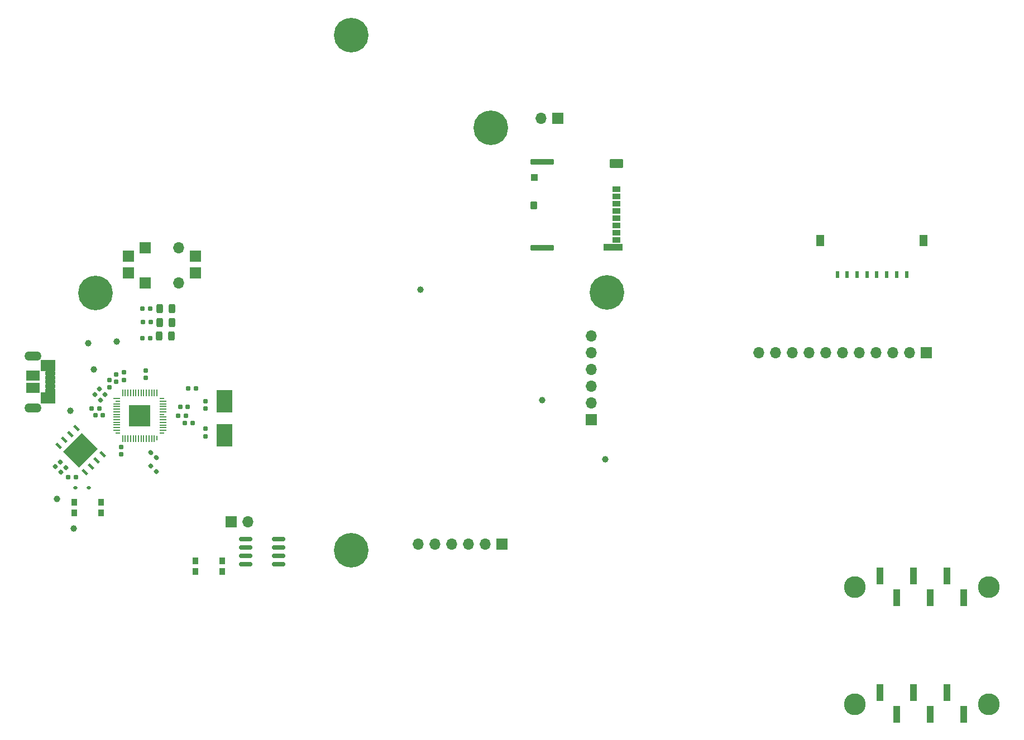
<source format=gbr>
%TF.GenerationSoftware,KiCad,Pcbnew,8.0.6-1.fc40*%
%TF.CreationDate,2024-10-27T15:38:32-04:00*%
%TF.ProjectId,payload_board,7061796c-6f61-4645-9f62-6f6172642e6b,rev?*%
%TF.SameCoordinates,Original*%
%TF.FileFunction,Soldermask,Top*%
%TF.FilePolarity,Negative*%
%FSLAX46Y46*%
G04 Gerber Fmt 4.6, Leading zero omitted, Abs format (unit mm)*
G04 Created by KiCad (PCBNEW 8.0.6-1.fc40) date 2024-10-27 15:38:32*
%MOMM*%
%LPD*%
G01*
G04 APERTURE LIST*
G04 Aperture macros list*
%AMRoundRect*
0 Rectangle with rounded corners*
0 $1 Rounding radius*
0 $2 $3 $4 $5 $6 $7 $8 $9 X,Y pos of 4 corners*
0 Add a 4 corners polygon primitive as box body*
4,1,4,$2,$3,$4,$5,$6,$7,$8,$9,$2,$3,0*
0 Add four circle primitives for the rounded corners*
1,1,$1+$1,$2,$3*
1,1,$1+$1,$4,$5*
1,1,$1+$1,$6,$7*
1,1,$1+$1,$8,$9*
0 Add four rect primitives between the rounded corners*
20,1,$1+$1,$2,$3,$4,$5,0*
20,1,$1+$1,$4,$5,$6,$7,0*
20,1,$1+$1,$6,$7,$8,$9,0*
20,1,$1+$1,$8,$9,$2,$3,0*%
%AMRotRect*
0 Rectangle, with rotation*
0 The origin of the aperture is its center*
0 $1 length*
0 $2 width*
0 $3 Rotation angle, in degrees counterclockwise*
0 Add horizontal line*
21,1,$1,$2,0,0,$3*%
G04 Aperture macros list end*
%ADD10C,1.000000*%
%ADD11RoundRect,0.155000X0.212500X0.155000X-0.212500X0.155000X-0.212500X-0.155000X0.212500X-0.155000X0*%
%ADD12RoundRect,0.155000X-0.212500X-0.155000X0.212500X-0.155000X0.212500X0.155000X-0.212500X0.155000X0*%
%ADD13RoundRect,0.155000X-0.155000X0.212500X-0.155000X-0.212500X0.155000X-0.212500X0.155000X0.212500X0*%
%ADD14R,1.700000X1.700000*%
%ADD15O,1.700000X1.700000*%
%ADD16RoundRect,0.160000X-0.197500X-0.160000X0.197500X-0.160000X0.197500X0.160000X-0.197500X0.160000X0*%
%ADD17C,5.250000*%
%ADD18RoundRect,0.160000X0.197500X0.160000X-0.197500X0.160000X-0.197500X-0.160000X0.197500X-0.160000X0*%
%ADD19C,3.301600*%
%ADD20RoundRect,0.160000X0.252791X-0.026517X-0.026517X0.252791X-0.252791X0.026517X0.026517X-0.252791X0*%
%ADD21RoundRect,0.155000X0.155000X-0.212500X0.155000X0.212500X-0.155000X0.212500X-0.155000X-0.212500X0*%
%ADD22RoundRect,0.243750X0.243750X0.456250X-0.243750X0.456250X-0.243750X-0.456250X0.243750X-0.456250X0*%
%ADD23R,0.600000X1.000000*%
%ADD24R,1.250000X1.800000*%
%ADD25RoundRect,0.160000X-0.252791X0.026517X0.026517X-0.252791X0.252791X-0.026517X-0.026517X0.252791X0*%
%ADD26R,0.177800X1.002800*%
%ADD27R,0.188898X1.002800*%
%ADD28R,0.177800X0.752800*%
%ADD29R,0.752800X0.177800*%
%ADD30R,1.002800X0.177800*%
%ADD31R,1.002800X0.188900*%
%ADD32R,0.752800X0.188900*%
%ADD33R,0.188900X1.002800*%
%ADD34R,0.752800X0.177796*%
%ADD35R,3.200400X3.200400*%
%ADD36R,1.000000X2.510000*%
%ADD37RoundRect,0.112500X0.362392X-0.203293X-0.203293X0.362392X-0.362392X0.203293X0.203293X-0.362392X0*%
%ADD38RotRect,3.400000X4.000000X135.000000*%
%ADD39RoundRect,0.076200X-0.550000X0.350000X-0.550000X-0.350000X0.550000X-0.350000X0.550000X0.350000X0*%
%ADD40RoundRect,0.076200X-0.465000X0.450000X-0.465000X-0.450000X0.465000X-0.450000X0.465000X0.450000X0*%
%ADD41RoundRect,0.076200X-0.390000X0.525000X-0.390000X-0.525000X0.390000X-0.525000X0.390000X0.525000X0*%
%ADD42RoundRect,0.076200X-0.915000X0.570000X-0.915000X-0.570000X0.915000X-0.570000X0.915000X0.570000X0*%
%ADD43RoundRect,0.076200X-1.400000X0.430000X-1.400000X-0.430000X1.400000X-0.430000X1.400000X0.430000X0*%
%ADD44RoundRect,0.076200X-1.665000X0.350000X-1.665000X-0.350000X1.665000X-0.350000X1.665000X0.350000X0*%
%ADD45RoundRect,0.112500X0.187500X0.112500X-0.187500X0.112500X-0.187500X-0.112500X0.187500X-0.112500X0*%
%ADD46R,2.400000X3.500000*%
%ADD47RoundRect,0.150000X0.825000X0.150000X-0.825000X0.150000X-0.825000X-0.150000X0.825000X-0.150000X0*%
%ADD48R,0.900000X1.000000*%
%ADD49RoundRect,0.155000X-0.259862X0.040659X0.040659X-0.259862X0.259862X-0.040659X-0.040659X0.259862X0*%
%ADD50RoundRect,0.076200X-0.690000X-0.225000X0.690000X-0.225000X0.690000X0.225000X-0.690000X0.225000X0*%
%ADD51O,2.568400X1.360400*%
%ADD52RoundRect,0.076200X-1.050000X-0.737500X1.050000X-0.737500X1.050000X0.737500X-1.050000X0.737500X0*%
%ADD53RoundRect,0.076200X-0.950000X-0.687500X0.950000X-0.687500X0.950000X0.687500X-0.950000X0.687500X0*%
G04 APERTURE END LIST*
D10*
%TO.C,TF3V3*%
X20380000Y-80870000D03*
%TD*%
D11*
%TO.C,C8*%
X24777500Y-80540000D03*
X23642500Y-80540000D03*
%TD*%
D12*
%TO.C,C10*%
X36762500Y-81640000D03*
X37897500Y-81640000D03*
%TD*%
D13*
%TO.C,C2*%
X40870000Y-79462500D03*
X40870000Y-80597500D03*
%TD*%
D14*
%TO.C,J5*%
X150170000Y-72050000D03*
D15*
X147630000Y-72050000D03*
X145090000Y-72050000D03*
X142550000Y-72050000D03*
X140010000Y-72050000D03*
X137470000Y-72050000D03*
X134930000Y-72050000D03*
X132390000Y-72050000D03*
X129850000Y-72050000D03*
X127310000Y-72050000D03*
X124770000Y-72050000D03*
%TD*%
D16*
%TO.C,R7*%
X20027500Y-90975000D03*
X21222500Y-90975000D03*
%TD*%
D17*
%TO.C,*%
X101782992Y-62956243D03*
%TD*%
D18*
%TO.C,R10*%
X32517500Y-69850000D03*
X31322500Y-69850000D03*
%TD*%
D19*
%TO.C,*%
X159661300Y-107620000D03*
%TD*%
D20*
%TO.C,R5*%
X25667496Y-78397496D03*
X24822504Y-77552504D03*
%TD*%
D21*
%TO.C,C7*%
X31850000Y-75907500D03*
X31850000Y-74772500D03*
%TD*%
D14*
%TO.C,J2*%
X99340000Y-82270000D03*
D15*
X99340000Y-79730000D03*
X99340000Y-77190000D03*
X99340000Y-74650000D03*
X99340000Y-72110000D03*
X99340000Y-69570000D03*
%TD*%
D22*
%TO.C,D2*%
X35747500Y-69570000D03*
X33872500Y-69570000D03*
%TD*%
D10*
%TO.C,T3V3*%
X27390000Y-70380000D03*
%TD*%
D23*
%TO.C,J1*%
X147178484Y-60238501D03*
X145678484Y-60238501D03*
X144178485Y-60238501D03*
X142678483Y-60238501D03*
X141178483Y-60238501D03*
X139678484Y-60238501D03*
X138178484Y-60238501D03*
X136678485Y-60238501D03*
D24*
X149783483Y-55048501D03*
X134073486Y-55048501D03*
%TD*%
D22*
%TO.C,D3*%
X35767500Y-67490000D03*
X33892500Y-67490000D03*
%TD*%
D25*
%TO.C,R3*%
X18850632Y-88670632D03*
X19695624Y-89515624D03*
%TD*%
D14*
%TO.C,J15*%
X85852000Y-101092000D03*
D15*
X83312000Y-101092000D03*
X80772000Y-101092000D03*
X78232000Y-101092000D03*
X75692000Y-101092000D03*
X73152000Y-101092000D03*
%TD*%
D11*
%TO.C,C4*%
X38159500Y-80264000D03*
X37024500Y-80264000D03*
%TD*%
D10*
%TO.C,TCAM3V3*%
X91948000Y-79248000D03*
%TD*%
D26*
%TO.C,IC1*%
X28316400Y-85148600D03*
X28716399Y-85148600D03*
X29116401Y-85148600D03*
X29516400Y-85148600D03*
X29916399Y-85148600D03*
D27*
X30321951Y-85148600D03*
D26*
X30716400Y-85148600D03*
X31116400Y-85148600D03*
X31516399Y-85148600D03*
X31916401Y-85148600D03*
X32316400Y-85148600D03*
X32716399Y-85148600D03*
X33116401Y-85148600D03*
D28*
X33516400Y-85023600D03*
D29*
X34290000Y-84250000D03*
D30*
X34415000Y-83850001D03*
X34415000Y-83449999D03*
D31*
X34415000Y-83055550D03*
D30*
X34415000Y-82650001D03*
X34415000Y-82249999D03*
X34415000Y-81850000D03*
D29*
X34290000Y-81450000D03*
D30*
X34415000Y-81050001D03*
X34415000Y-80649999D03*
X34415000Y-80250000D03*
X34415000Y-79850001D03*
X34415000Y-79449999D03*
D32*
X34290000Y-79055550D03*
D26*
X33516400Y-78151400D03*
X33116401Y-78151400D03*
X32716399Y-78151400D03*
D33*
X32321950Y-78151400D03*
D26*
X31916401Y-78151400D03*
X31516399Y-78151400D03*
X31116400Y-78151400D03*
X30716400Y-78151400D03*
X30316401Y-78151400D03*
X29916399Y-78151400D03*
X29516400Y-78151400D03*
X29116401Y-78151400D03*
X28716399Y-78151400D03*
D33*
X28321950Y-78151400D03*
D30*
X27417800Y-79050000D03*
D29*
X27542800Y-79449999D03*
D30*
X27417800Y-79850001D03*
X27417800Y-80250000D03*
X27417800Y-80649999D03*
X27417800Y-81050001D03*
X27417800Y-81450000D03*
X27417800Y-81850000D03*
X27417800Y-82249999D03*
X27417800Y-82650001D03*
X27417800Y-83050000D03*
X27417800Y-83449999D03*
X27417800Y-83850001D03*
D34*
X27542800Y-84249998D03*
D35*
X30916400Y-81650000D03*
%TD*%
D14*
%TO.C,J_Burn*%
X31705000Y-61540000D03*
X29165000Y-59980000D03*
X29165000Y-57440000D03*
X31705000Y-56170000D03*
D15*
X36785000Y-61540000D03*
D14*
X39325000Y-59980000D03*
X39325000Y-57440000D03*
D15*
X36785000Y-56170000D03*
%TD*%
D17*
%TO.C,*%
X84155749Y-37976859D03*
%TD*%
D14*
%TO.C,J12*%
X94275000Y-36500000D03*
D15*
X91735000Y-36500000D03*
%TD*%
D10*
%TO.C,T1V2*%
X23940000Y-74630000D03*
%TD*%
%TO.C,TUCS1*%
X20880000Y-98770000D03*
%TD*%
D36*
%TO.C,JP1*%
X143130000Y-123610000D03*
X145670000Y-126920000D03*
X148210000Y-123610000D03*
X150750000Y-126920000D03*
X153290000Y-123610000D03*
X155830000Y-126920000D03*
%TD*%
D37*
%TO.C,U1*%
X22601229Y-90234520D03*
X23499255Y-89336494D03*
X24397280Y-88438469D03*
X25295306Y-87540443D03*
X21282475Y-83527612D03*
X20384449Y-84425638D03*
X19486424Y-85323663D03*
X18588398Y-86221689D03*
D38*
X21941852Y-86881066D03*
%TD*%
D19*
%TO.C,*%
X139341300Y-107620000D03*
%TD*%
D39*
%TO.C,J10*%
X103215000Y-47275000D03*
X103215000Y-48375000D03*
X103215000Y-49475000D03*
X103215000Y-50575000D03*
X103215000Y-51675000D03*
X103215000Y-52775000D03*
X103215000Y-53875000D03*
X103215000Y-54975000D03*
D40*
X90750000Y-45485000D03*
D41*
X90675000Y-49750000D03*
D42*
X103200000Y-43395000D03*
D43*
X102715000Y-56055000D03*
D44*
X91950000Y-43175000D03*
X91950000Y-56135000D03*
%TD*%
D45*
%TO.C,D1*%
X23210000Y-92560000D03*
X21110000Y-92560000D03*
%TD*%
D10*
%TO.C,TDGND1*%
X73500000Y-62500000D03*
%TD*%
D12*
%TO.C,C5*%
X24182500Y-81580000D03*
X25317500Y-81580000D03*
%TD*%
D36*
%TO.C,JP2*%
X143151300Y-105965000D03*
X145691300Y-109275000D03*
X148231300Y-105965000D03*
X150771300Y-109275000D03*
X153311300Y-105965000D03*
X155851300Y-109275000D03*
%TD*%
D25*
%TO.C,R6*%
X24122504Y-78402504D03*
X24967496Y-79247496D03*
%TD*%
D22*
%TO.C,D4*%
X35777500Y-65390000D03*
X33902500Y-65390000D03*
%TD*%
D13*
%TO.C,C14*%
X26300000Y-76212500D03*
X26300000Y-77347500D03*
%TD*%
D18*
%TO.C,R2*%
X38967500Y-82730000D03*
X37772500Y-82730000D03*
%TD*%
D21*
%TO.C,C1*%
X40860000Y-84767500D03*
X40860000Y-83632500D03*
%TD*%
D46*
%TO.C,Y1*%
X43770000Y-79440000D03*
X43770000Y-84640000D03*
%TD*%
D18*
%TO.C,R12*%
X32510000Y-65360000D03*
X31315000Y-65360000D03*
%TD*%
D19*
%TO.C,*%
X159661300Y-125400000D03*
%TD*%
D21*
%TO.C,C15*%
X28500000Y-76227500D03*
X28500000Y-75092500D03*
%TD*%
D18*
%TO.C,R1*%
X39445000Y-77500000D03*
X38250000Y-77500000D03*
%TD*%
D17*
%TO.C,*%
X24195000Y-63000000D03*
%TD*%
D10*
%TO.C,TGND1*%
X23130000Y-70690000D03*
%TD*%
D47*
%TO.C,U2*%
X51945000Y-104170000D03*
X51945000Y-102900000D03*
X51945000Y-101630000D03*
X51945000Y-100360000D03*
X46995000Y-100360000D03*
X46995000Y-101630000D03*
X46995000Y-102900000D03*
X46995000Y-104170000D03*
%TD*%
D48*
%TO.C,SW2*%
X39330000Y-103670000D03*
X43430000Y-103670000D03*
X39330000Y-105270000D03*
X43430000Y-105270000D03*
%TD*%
D14*
%TO.C,R9*%
X44750000Y-97725000D03*
D15*
X47290000Y-97725000D03*
%TD*%
D49*
%TO.C,C11*%
X32618717Y-87228717D03*
X33421283Y-88031283D03*
%TD*%
D50*
%TO.C,J7*%
X17360000Y-77817500D03*
X17360000Y-77167500D03*
X17360000Y-76517500D03*
X17360000Y-75867500D03*
X17360000Y-75217500D03*
D51*
X14700000Y-72567500D03*
D52*
X17000000Y-74055000D03*
D53*
X14700000Y-75580000D03*
X14700000Y-77455000D03*
D52*
X17000000Y-78980000D03*
D51*
X14700000Y-80467500D03*
%TD*%
D10*
%TO.C,TCGND1*%
X101500000Y-88250000D03*
%TD*%
D18*
%TO.C,R11*%
X32597500Y-67470000D03*
X31402500Y-67470000D03*
%TD*%
D13*
%TO.C,C6*%
X27340000Y-75362500D03*
X27340000Y-76497500D03*
%TD*%
D17*
%TO.C,J2*%
X62988996Y-102081941D03*
%TD*%
D19*
%TO.C,*%
X139341300Y-125400000D03*
%TD*%
D13*
%TO.C,C9*%
X28125000Y-86382500D03*
X28125000Y-87517500D03*
%TD*%
D10*
%TO.C,TFGND1*%
X18370000Y-94240000D03*
%TD*%
D20*
%TO.C,R4*%
X18950000Y-90240000D03*
X18105008Y-89395008D03*
%TD*%
D48*
%TO.C,SW1*%
X20940000Y-94750000D03*
X25040000Y-94750000D03*
X20940000Y-96350000D03*
X25040000Y-96350000D03*
%TD*%
D20*
%TO.C,R8*%
X33442496Y-90084496D03*
X32597504Y-89239504D03*
%TD*%
D17*
%TO.C,J5*%
X62988996Y-23896243D03*
%TD*%
M02*

</source>
